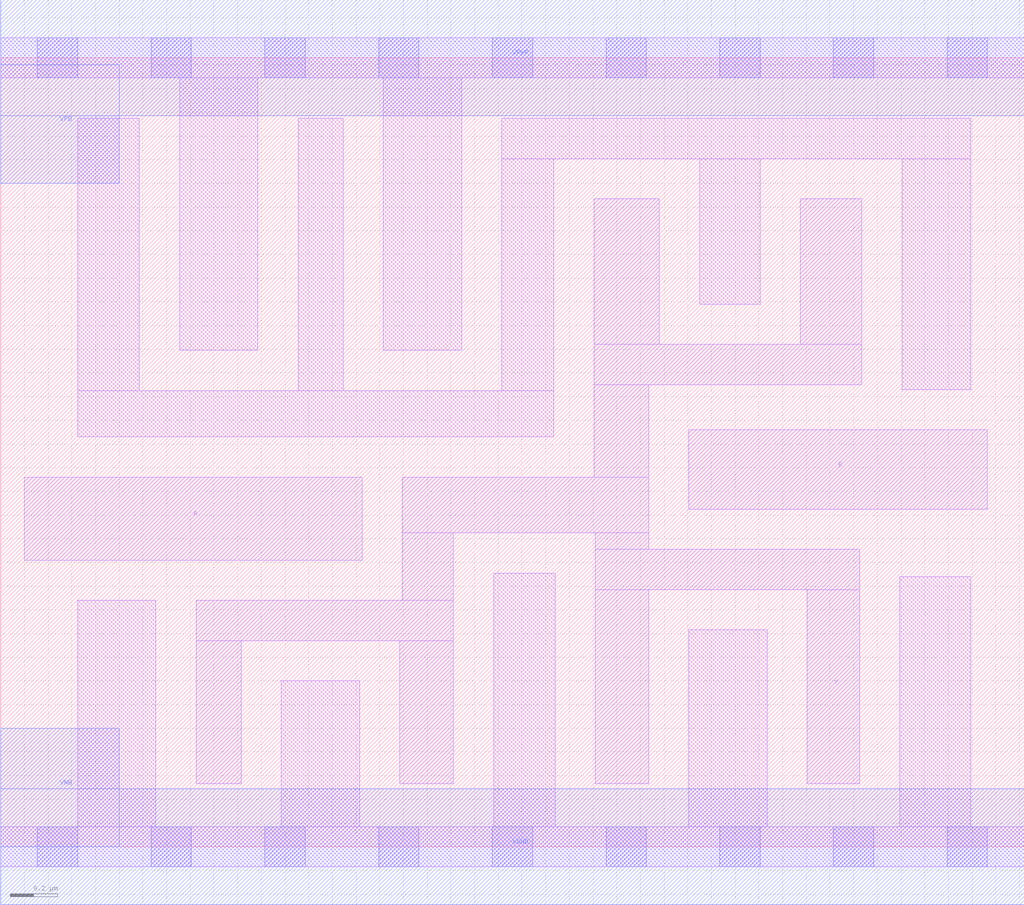
<source format=lef>
# Copyright 2020 The SkyWater PDK Authors
#
# Licensed under the Apache License, Version 2.0 (the "License");
# you may not use this file except in compliance with the License.
# You may obtain a copy of the License at
#
#     https://www.apache.org/licenses/LICENSE-2.0
#
# Unless required by applicable law or agreed to in writing, software
# distributed under the License is distributed on an "AS IS" BASIS,
# WITHOUT WARRANTIES OR CONDITIONS OF ANY KIND, either express or implied.
# See the License for the specific language governing permissions and
# limitations under the License.
#
# SPDX-License-Identifier: Apache-2.0

VERSION 5.5 ;
NAMESCASESENSITIVE ON ;
BUSBITCHARS "[]" ;
DIVIDERCHAR "/" ;
MACRO sky130_fd_sc_lp__nor2_4
  CLASS CORE ;
  SOURCE USER ;
  ORIGIN  0.000000  0.000000 ;
  SIZE  4.320000 BY  3.330000 ;
  SYMMETRY X Y R90 ;
  SITE unit ;
  PIN A
    ANTENNAGATEAREA  1.260000 ;
    DIRECTION INPUT ;
    USE SIGNAL ;
    PORT
      LAYER li1 ;
        RECT 0.100000 1.210000 1.525000 1.560000 ;
    END
  END A
  PIN B
    ANTENNAGATEAREA  1.260000 ;
    DIRECTION INPUT ;
    USE SIGNAL ;
    PORT
      LAYER li1 ;
        RECT 2.905000 1.425000 4.165000 1.760000 ;
    END
  END B
  PIN Y
    ANTENNADIFFAREA  1.646400 ;
    DIRECTION OUTPUT ;
    USE SIGNAL ;
    PORT
      LAYER li1 ;
        RECT 0.825000 0.265000 1.015000 0.870000 ;
        RECT 0.825000 0.870000 1.910000 1.040000 ;
        RECT 1.685000 0.265000 1.910000 0.870000 ;
        RECT 1.695000 1.040000 1.910000 1.325000 ;
        RECT 1.695000 1.325000 2.735000 1.560000 ;
        RECT 2.505000 1.560000 2.735000 1.950000 ;
        RECT 2.505000 1.950000 3.635000 2.120000 ;
        RECT 2.505000 2.120000 2.780000 2.735000 ;
        RECT 2.510000 0.265000 2.735000 1.085000 ;
        RECT 2.510000 1.085000 3.625000 1.255000 ;
        RECT 2.510000 1.255000 2.735000 1.325000 ;
        RECT 3.375000 2.120000 3.635000 2.735000 ;
        RECT 3.405000 0.265000 3.625000 1.085000 ;
    END
  END Y
  PIN VGND
    DIRECTION INOUT ;
    USE GROUND ;
    PORT
      LAYER met1 ;
        RECT 0.000000 -0.245000 4.320000 0.245000 ;
    END
  END VGND
  PIN VNB
    DIRECTION INOUT ;
    USE GROUND ;
    PORT
    END
  END VNB
  PIN VPB
    DIRECTION INOUT ;
    USE POWER ;
    PORT
    END
  END VPB
  PIN VNB
    DIRECTION INOUT ;
    USE GROUND ;
    PORT
      LAYER met1 ;
        RECT 0.000000 0.000000 0.500000 0.500000 ;
    END
  END VNB
  PIN VPB
    DIRECTION INOUT ;
    USE POWER ;
    PORT
      LAYER met1 ;
        RECT 0.000000 2.800000 0.500000 3.300000 ;
    END
  END VPB
  PIN VPWR
    DIRECTION INOUT ;
    USE POWER ;
    PORT
      LAYER met1 ;
        RECT 0.000000 3.085000 4.320000 3.575000 ;
    END
  END VPWR
  OBS
    LAYER li1 ;
      RECT 0.000000 -0.085000 4.320000 0.085000 ;
      RECT 0.000000  3.245000 4.320000 3.415000 ;
      RECT 0.325000  0.085000 0.655000 1.040000 ;
      RECT 0.325000  1.730000 2.335000 1.925000 ;
      RECT 0.325000  1.925000 0.585000 3.075000 ;
      RECT 0.755000  2.095000 1.085000 3.245000 ;
      RECT 1.185000  0.085000 1.515000 0.700000 ;
      RECT 1.255000  1.925000 1.445000 3.075000 ;
      RECT 1.615000  2.095000 1.945000 3.245000 ;
      RECT 2.080000  0.085000 2.340000 1.155000 ;
      RECT 2.115000  1.925000 2.335000 2.905000 ;
      RECT 2.115000  2.905000 4.095000 3.075000 ;
      RECT 2.905000  0.085000 3.235000 0.915000 ;
      RECT 2.950000  2.290000 3.205000 2.905000 ;
      RECT 3.795000  0.085000 4.095000 1.140000 ;
      RECT 3.805000  1.930000 4.095000 2.905000 ;
    LAYER mcon ;
      RECT 0.155000 -0.085000 0.325000 0.085000 ;
      RECT 0.155000  3.245000 0.325000 3.415000 ;
      RECT 0.635000 -0.085000 0.805000 0.085000 ;
      RECT 0.635000  3.245000 0.805000 3.415000 ;
      RECT 1.115000 -0.085000 1.285000 0.085000 ;
      RECT 1.115000  3.245000 1.285000 3.415000 ;
      RECT 1.595000 -0.085000 1.765000 0.085000 ;
      RECT 1.595000  3.245000 1.765000 3.415000 ;
      RECT 2.075000 -0.085000 2.245000 0.085000 ;
      RECT 2.075000  3.245000 2.245000 3.415000 ;
      RECT 2.555000 -0.085000 2.725000 0.085000 ;
      RECT 2.555000  3.245000 2.725000 3.415000 ;
      RECT 3.035000 -0.085000 3.205000 0.085000 ;
      RECT 3.035000  3.245000 3.205000 3.415000 ;
      RECT 3.515000 -0.085000 3.685000 0.085000 ;
      RECT 3.515000  3.245000 3.685000 3.415000 ;
      RECT 3.995000 -0.085000 4.165000 0.085000 ;
      RECT 3.995000  3.245000 4.165000 3.415000 ;
  END
END sky130_fd_sc_lp__nor2_4
END LIBRARY

</source>
